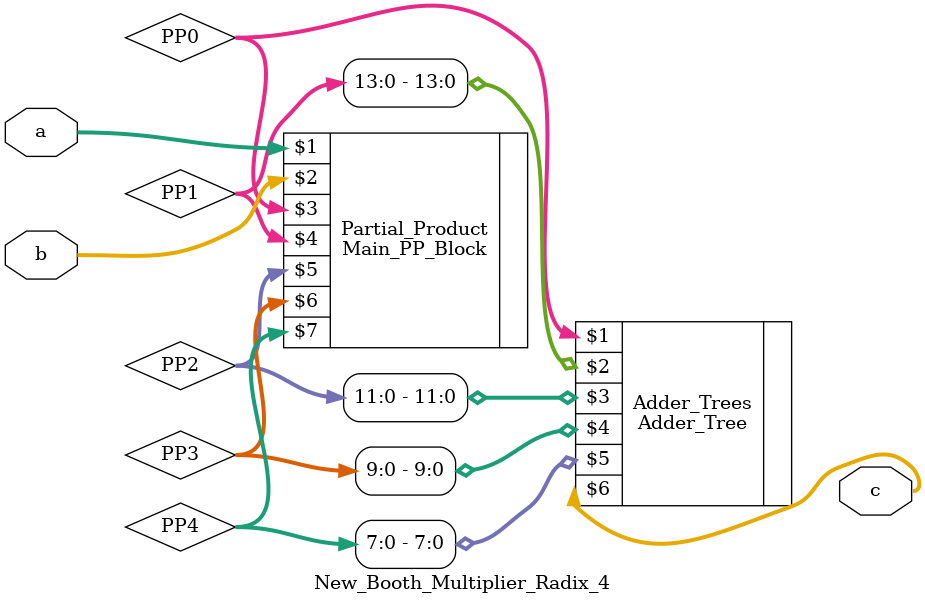
<source format=v>
module New_Booth_Multiplier_Radix_4 (a,b,c);
  input [7:0]a,b;
  output [15:0]c;

  wire [15:0]PP0,PP1,PP2,PP3,PP4;
  
  Main_PP_Block Partial_Product (a,b,PP0,PP1,PP2,PP3,PP4);
  
  Adder_Tree Adder_Trees (PP0,PP1[13:0],PP2[11:0],PP3[9:0],PP4[7:0],c);
    
endmodule
</source>
